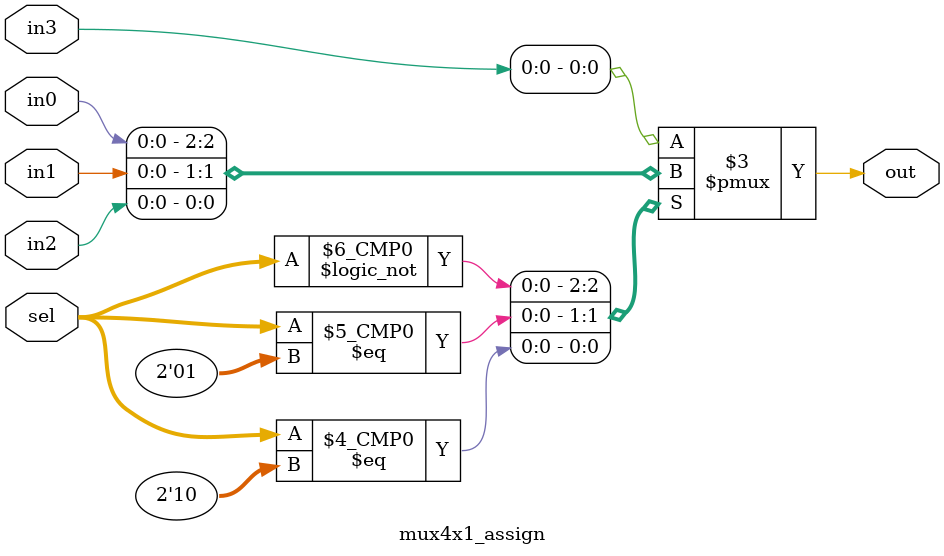
<source format=v>
module mux4x1_assign(input [3:0] in0, in1, in2, in3,
                     input [1:0] sel,
                     output reg out);

    always @* begin
        case(sel)
            2'b00: out = in0;
            2'b01: out = in1;
            2'b10: out = in2;
            default out = in3;
        endcase
    end

endmodule

</source>
